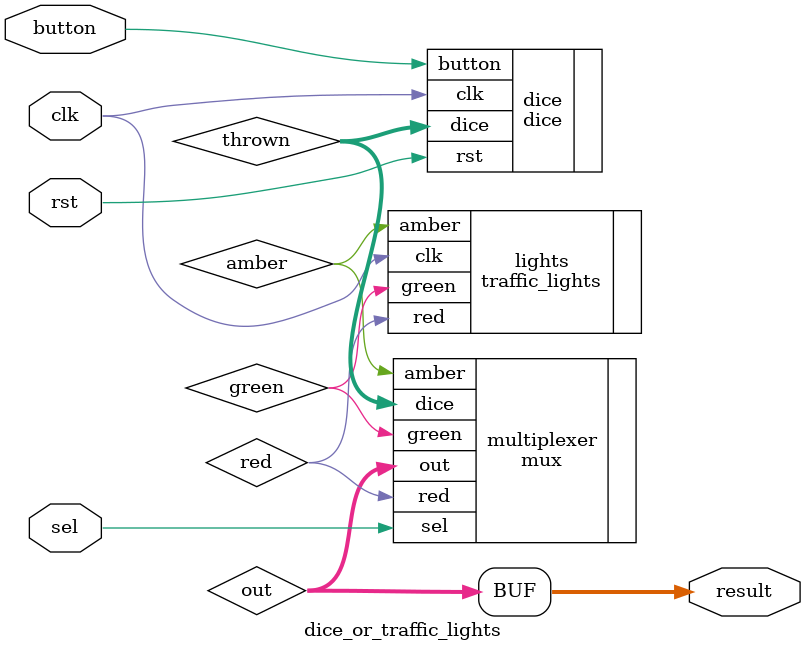
<source format=v>

`timescale 1ns/100ps

module dice_or_traffic_lights (
	input sel,
	input button,
	input rst,
	input clk,
	output [2:0] result);

	wire red, amber, green; // take the output of traffic_lights
	wire [2:0] thrown; // takes the output of dice
	wire [2:0] out; // takes the output of MUX

	traffic_lights lights(.clk(clk), .red(red), .amber(amber), .green(green)); // connect to traffic_lights
	dice dice(.rst(rst), .clk(clk), .button(button), .dice(thrown)); // connect to dice
	mux multiplexer(.dice(thrown), .red(red), .amber(amber), .green(green), .sel(sel), .out(out)); // connect to multiplexer

	assign result = out;

endmodule

</source>
